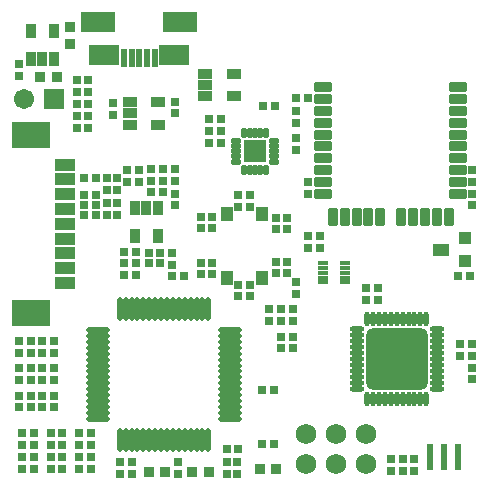
<source format=gts>
%FSAX43Y43*%
%MOMM*%
G71*
G01*
G75*
G04 Layer_Color=8388736*
%ADD10C,0.203*%
%ADD11R,0.600X0.500*%
%ADD12R,1.270X0.914*%
%ADD13R,0.914X0.914*%
%ADD14R,0.650X1.100*%
%ADD15R,1.100X0.650*%
%ADD16R,0.500X0.600*%
%ADD17R,0.762X0.762*%
%ADD18R,0.762X0.762*%
%ADD19R,0.450X0.450*%
G04:AMPARAMS|DCode=20|XSize=5mm|YSize=5mm|CornerRadius=0.5mm|HoleSize=0mm|Usage=FLASHONLY|Rotation=90.000|XOffset=0mm|YOffset=0mm|HoleType=Round|Shape=RoundedRectangle|*
%AMROUNDEDRECTD20*
21,1,5.000,4.000,0,0,90.0*
21,1,4.000,5.000,0,0,90.0*
1,1,1.000,2.000,2.000*
1,1,1.000,2.000,-2.000*
1,1,1.000,-2.000,-2.000*
1,1,1.000,-2.000,2.000*
%
%ADD20ROUNDEDRECTD20*%
%ADD21O,1.050X0.250*%
%ADD22O,0.250X1.050*%
G04:AMPARAMS|DCode=23|XSize=0.25mm|YSize=0.7mm|CornerRadius=0.063mm|HoleSize=0mm|Usage=FLASHONLY|Rotation=90.000|XOffset=0mm|YOffset=0mm|HoleType=Round|Shape=RoundedRectangle|*
%AMROUNDEDRECTD23*
21,1,0.250,0.575,0,0,90.0*
21,1,0.125,0.700,0,0,90.0*
1,1,0.125,0.287,0.063*
1,1,0.125,0.287,-0.063*
1,1,0.125,-0.287,-0.063*
1,1,0.125,-0.287,0.063*
%
%ADD23ROUNDEDRECTD23*%
G04:AMPARAMS|DCode=24|XSize=0.25mm|YSize=0.7mm|CornerRadius=0.063mm|HoleSize=0mm|Usage=FLASHONLY|Rotation=0.000|XOffset=0mm|YOffset=0mm|HoleType=Round|Shape=RoundedRectangle|*
%AMROUNDEDRECTD24*
21,1,0.250,0.575,0,0,0.0*
21,1,0.125,0.700,0,0,0.0*
1,1,0.125,0.063,-0.287*
1,1,0.125,-0.063,-0.287*
1,1,0.125,-0.063,0.287*
1,1,0.125,0.063,0.287*
%
%ADD24ROUNDEDRECTD24*%
%ADD25R,1.700X1.700*%
%ADD26R,3.000X2.100*%
%ADD27R,1.600X0.800*%
G04:AMPARAMS|DCode=28|XSize=0.6mm|YSize=1.4mm|CornerRadius=0.15mm|HoleSize=0mm|Usage=FLASHONLY|Rotation=270.000|XOffset=0mm|YOffset=0mm|HoleType=Round|Shape=RoundedRectangle|*
%AMROUNDEDRECTD28*
21,1,0.600,1.100,0,0,270.0*
21,1,0.300,1.400,0,0,270.0*
1,1,0.300,-0.550,-0.150*
1,1,0.300,-0.550,0.150*
1,1,0.300,0.550,0.150*
1,1,0.300,0.550,-0.150*
%
%ADD28ROUNDEDRECTD28*%
G04:AMPARAMS|DCode=29|XSize=0.6mm|YSize=1.4mm|CornerRadius=0.15mm|HoleSize=0mm|Usage=FLASHONLY|Rotation=0.000|XOffset=0mm|YOffset=0mm|HoleType=Round|Shape=RoundedRectangle|*
%AMROUNDEDRECTD29*
21,1,0.600,1.100,0,0,0.0*
21,1,0.300,1.400,0,0,0.0*
1,1,0.300,0.150,-0.550*
1,1,0.300,-0.150,-0.550*
1,1,0.300,-0.150,0.550*
1,1,0.300,0.150,0.550*
%
%ADD29ROUNDEDRECTD29*%
%ADD30R,2.700X1.600*%
%ADD31R,2.400X1.600*%
%ADD32R,0.400X1.350*%
%ADD33R,0.800X1.000*%
%ADD34O,0.300X1.800*%
%ADD35O,1.800X0.300*%
%ADD36R,0.700X0.225*%
%ADD37R,0.400X2.000*%
%ADD38C,0.250*%
%ADD39C,0.225*%
%ADD40C,0.400*%
%ADD41C,0.254*%
%ADD42C,0.500*%
%ADD43C,1.524*%
%ADD44R,1.500X1.500*%
%ADD45C,1.500*%
%ADD46C,0.500*%
%ADD47C,0.600*%
%ADD48C,0.305*%
%ADD49C,0.200*%
%ADD50C,0.150*%
%ADD51C,0.070*%
%ADD52R,0.803X0.703*%
%ADD53R,1.473X1.118*%
%ADD54R,1.118X1.118*%
%ADD55R,0.853X1.303*%
%ADD56R,1.303X0.853*%
%ADD57R,0.703X0.803*%
%ADD58R,0.965X0.965*%
%ADD59R,0.965X0.965*%
%ADD60R,0.653X0.653*%
G04:AMPARAMS|DCode=61|XSize=5.203mm|YSize=5.203mm|CornerRadius=0.52mm|HoleSize=0mm|Usage=FLASHONLY|Rotation=90.000|XOffset=0mm|YOffset=0mm|HoleType=Round|Shape=RoundedRectangle|*
%AMROUNDEDRECTD61*
21,1,5.203,4.163,0,0,90.0*
21,1,4.163,5.203,0,0,90.0*
1,1,1.041,2.081,2.081*
1,1,1.041,2.081,-2.081*
1,1,1.041,-2.081,-2.081*
1,1,1.041,-2.081,2.081*
%
%ADD61ROUNDEDRECTD61*%
%ADD62O,1.253X0.453*%
%ADD63O,0.453X1.253*%
G04:AMPARAMS|DCode=64|XSize=0.453mm|YSize=0.903mm|CornerRadius=0.113mm|HoleSize=0mm|Usage=FLASHONLY|Rotation=90.000|XOffset=0mm|YOffset=0mm|HoleType=Round|Shape=RoundedRectangle|*
%AMROUNDEDRECTD64*
21,1,0.453,0.677,0,0,90.0*
21,1,0.227,0.903,0,0,90.0*
1,1,0.227,0.338,0.113*
1,1,0.227,0.338,-0.113*
1,1,0.227,-0.338,-0.113*
1,1,0.227,-0.338,0.113*
%
%ADD64ROUNDEDRECTD64*%
G04:AMPARAMS|DCode=65|XSize=0.453mm|YSize=0.903mm|CornerRadius=0.113mm|HoleSize=0mm|Usage=FLASHONLY|Rotation=0.000|XOffset=0mm|YOffset=0mm|HoleType=Round|Shape=RoundedRectangle|*
%AMROUNDEDRECTD65*
21,1,0.453,0.677,0,0,0.0*
21,1,0.227,0.903,0,0,0.0*
1,1,0.227,0.113,-0.338*
1,1,0.227,-0.113,-0.338*
1,1,0.227,-0.113,0.338*
1,1,0.227,0.113,0.338*
%
%ADD65ROUNDEDRECTD65*%
%ADD66R,1.903X1.903*%
%ADD67R,3.203X2.303*%
%ADD68R,1.803X1.003*%
G04:AMPARAMS|DCode=69|XSize=0.803mm|YSize=1.603mm|CornerRadius=0.201mm|HoleSize=0mm|Usage=FLASHONLY|Rotation=270.000|XOffset=0mm|YOffset=0mm|HoleType=Round|Shape=RoundedRectangle|*
%AMROUNDEDRECTD69*
21,1,0.803,1.202,0,0,270.0*
21,1,0.402,1.603,0,0,270.0*
1,1,0.402,-0.601,-0.201*
1,1,0.402,-0.601,0.201*
1,1,0.402,0.601,0.201*
1,1,0.402,0.601,-0.201*
%
%ADD69ROUNDEDRECTD69*%
G04:AMPARAMS|DCode=70|XSize=0.803mm|YSize=1.603mm|CornerRadius=0.201mm|HoleSize=0mm|Usage=FLASHONLY|Rotation=0.000|XOffset=0mm|YOffset=0mm|HoleType=Round|Shape=RoundedRectangle|*
%AMROUNDEDRECTD70*
21,1,0.803,1.202,0,0,0.0*
21,1,0.402,1.603,0,0,0.0*
1,1,0.402,0.201,-0.601*
1,1,0.402,-0.201,-0.601*
1,1,0.402,-0.201,0.601*
1,1,0.402,0.201,0.601*
%
%ADD70ROUNDEDRECTD70*%
%ADD71R,2.903X1.803*%
%ADD72R,2.603X1.803*%
%ADD73R,0.603X1.553*%
%ADD74R,1.003X1.203*%
%ADD75O,0.503X2.003*%
%ADD76O,2.003X0.503*%
%ADD77R,0.903X0.428*%
%ADD78R,0.603X2.203*%
%ADD79C,1.727*%
%ADD80R,1.703X1.703*%
%ADD81C,1.703*%
D52*
X0039125Y0017425D02*
D03*
X0038125D02*
D03*
X0031300Y0015400D02*
D03*
X0030300D02*
D03*
X0006000Y0004100D02*
D03*
X0007000D02*
D03*
X0003600Y0004100D02*
D03*
X0004600D02*
D03*
X0001200D02*
D03*
X0002200D02*
D03*
X0001900Y0007300D02*
D03*
X0002900D02*
D03*
X0010800Y0017500D02*
D03*
X0009800D02*
D03*
X0001900Y0009600D02*
D03*
X0002900D02*
D03*
X0001900Y0011900D02*
D03*
X0002900D02*
D03*
X0018500Y0002800D02*
D03*
X0019500D02*
D03*
X0013900Y0017400D02*
D03*
X0014900D02*
D03*
X0007400Y0022600D02*
D03*
X0006400D02*
D03*
X0007400Y0023400D02*
D03*
X0006400D02*
D03*
X0012900Y0019400D02*
D03*
X0011900D02*
D03*
X0012900Y0018500D02*
D03*
X0011900D02*
D03*
X0031300Y0016400D02*
D03*
X0030300D02*
D03*
X0033400Y0000900D02*
D03*
X0034400D02*
D03*
X0033400Y0001900D02*
D03*
X0034400D02*
D03*
X0018000Y0030700D02*
D03*
X0017000D02*
D03*
X0018000Y0029700D02*
D03*
X0017000D02*
D03*
X0018000Y0028700D02*
D03*
X0017000D02*
D03*
X0012100Y0025500D02*
D03*
X0013100D02*
D03*
X0021500Y0007800D02*
D03*
X0022500D02*
D03*
X0006000Y0001100D02*
D03*
X0007000D02*
D03*
X0004600D02*
D03*
X0003600D02*
D03*
X0002200D02*
D03*
X0001200D02*
D03*
X0001900Y0006300D02*
D03*
X0002900D02*
D03*
X0010800Y0018500D02*
D03*
X0009800D02*
D03*
X0002900Y0008600D02*
D03*
X0001900D02*
D03*
X0002900Y0010900D02*
D03*
X0001900D02*
D03*
X0006400Y0024300D02*
D03*
X0007400D02*
D03*
X0006400Y0025700D02*
D03*
X0007400D02*
D03*
X0021500Y0003200D02*
D03*
X0022500D02*
D03*
X0006800Y0031000D02*
D03*
X0005800D02*
D03*
Y0032000D02*
D03*
X0006800D02*
D03*
X0039300Y0011675D02*
D03*
X0038300D02*
D03*
Y0010675D02*
D03*
X0039300D02*
D03*
X0025400Y0032500D02*
D03*
X0024400D02*
D03*
X0021600Y0031800D02*
D03*
X0022600D02*
D03*
X0005800Y0030000D02*
D03*
X0006800D02*
D03*
X0005800Y0034000D02*
D03*
X0006800D02*
D03*
X0005800Y0033000D02*
D03*
X0006800D02*
D03*
X0010800Y0019500D02*
D03*
X0009800D02*
D03*
X0012100Y0024500D02*
D03*
X0013100D02*
D03*
Y0026500D02*
D03*
X0012100D02*
D03*
D53*
X0036668Y0019665D02*
D03*
D54*
X0038700Y0020605D02*
D03*
Y0018700D02*
D03*
D55*
X0012650Y0023200D02*
D03*
X0011700D02*
D03*
X0010750D02*
D03*
Y0020800D02*
D03*
X0012650D02*
D03*
X0001950Y0035800D02*
D03*
X0002900D02*
D03*
X0003850D02*
D03*
Y0038200D02*
D03*
X0001950D02*
D03*
D56*
X0016700Y0034550D02*
D03*
Y0033600D02*
D03*
Y0032650D02*
D03*
X0019100D02*
D03*
Y0034550D02*
D03*
X0010300Y0032150D02*
D03*
Y0031200D02*
D03*
Y0030250D02*
D03*
X0012700D02*
D03*
Y0032150D02*
D03*
D57*
X0007000Y0002100D02*
D03*
Y0003100D02*
D03*
X0004600Y0002100D02*
D03*
Y0003100D02*
D03*
X0023100Y0011300D02*
D03*
Y0012300D02*
D03*
X0024100Y0011300D02*
D03*
Y0012300D02*
D03*
X0002200Y0002100D02*
D03*
Y0003100D02*
D03*
X0003900Y0006300D02*
D03*
Y0007300D02*
D03*
X0019400Y0000700D02*
D03*
Y0001700D02*
D03*
X0018500Y0000700D02*
D03*
Y0001700D02*
D03*
X0003900Y0008600D02*
D03*
Y0009600D02*
D03*
Y0010900D02*
D03*
Y0011900D02*
D03*
X0009500Y0001700D02*
D03*
Y0000700D02*
D03*
X0010500Y0001700D02*
D03*
Y0000700D02*
D03*
X0013900Y0018400D02*
D03*
Y0019400D02*
D03*
X0014400Y0001700D02*
D03*
Y0000700D02*
D03*
X0009200Y0023600D02*
D03*
Y0022600D02*
D03*
X0008400Y0025700D02*
D03*
Y0024700D02*
D03*
X0023100Y0014600D02*
D03*
Y0013600D02*
D03*
X0026400Y0019800D02*
D03*
Y0020800D02*
D03*
X0025400Y0019800D02*
D03*
Y0020800D02*
D03*
X0024400Y0016900D02*
D03*
Y0015900D02*
D03*
X0039300Y0009675D02*
D03*
Y0008675D02*
D03*
X0008900Y0032100D02*
D03*
Y0031100D02*
D03*
X0014100Y0032200D02*
D03*
Y0031200D02*
D03*
X0006000Y0002100D02*
D03*
Y0003100D02*
D03*
X0003600Y0002100D02*
D03*
Y0003100D02*
D03*
X0001200Y0002100D02*
D03*
Y0003100D02*
D03*
X0000900Y0007300D02*
D03*
Y0006300D02*
D03*
Y0008600D02*
D03*
Y0009600D02*
D03*
Y0011900D02*
D03*
Y0010900D02*
D03*
X0008400Y0022600D02*
D03*
Y0023600D02*
D03*
X0009200Y0024700D02*
D03*
Y0025700D02*
D03*
X0011100Y0025400D02*
D03*
Y0026400D02*
D03*
X0010100Y0025400D02*
D03*
Y0026400D02*
D03*
X0022100Y0013600D02*
D03*
Y0014600D02*
D03*
X0024100D02*
D03*
Y0013600D02*
D03*
X0032400Y0000900D02*
D03*
Y0001900D02*
D03*
X0039300Y0023400D02*
D03*
Y0024400D02*
D03*
X0024400Y0028100D02*
D03*
Y0029100D02*
D03*
Y0031400D02*
D03*
Y0030400D02*
D03*
X0000900Y0035400D02*
D03*
Y0034400D02*
D03*
X0014100Y0026500D02*
D03*
Y0025500D02*
D03*
Y0023400D02*
D03*
Y0024400D02*
D03*
X0025400Y0024400D02*
D03*
Y0025400D02*
D03*
X0039300Y0026400D02*
D03*
Y0025400D02*
D03*
D58*
X0017000Y0000800D02*
D03*
X0015603D02*
D03*
X0013297D02*
D03*
X0011900D02*
D03*
X0002700Y0034300D02*
D03*
X0004097D02*
D03*
X0022700Y0001100D02*
D03*
X0021303D02*
D03*
D59*
X0005200Y0038497D02*
D03*
Y0037100D02*
D03*
D60*
X0023650Y0018650D02*
D03*
Y0017700D02*
D03*
X0022700Y0018650D02*
D03*
Y0017700D02*
D03*
X0023650Y0022350D02*
D03*
Y0021400D02*
D03*
X0022700Y0022350D02*
D03*
Y0021400D02*
D03*
X0020450Y0024250D02*
D03*
Y0023300D02*
D03*
X0019500Y0024250D02*
D03*
Y0023300D02*
D03*
X0017250Y0022450D02*
D03*
Y0021500D02*
D03*
X0016300Y0022450D02*
D03*
Y0021500D02*
D03*
X0017250Y0018550D02*
D03*
Y0017600D02*
D03*
X0016300Y0018550D02*
D03*
Y0017600D02*
D03*
X0019500Y0015700D02*
D03*
Y0016650D02*
D03*
X0020450Y0015700D02*
D03*
Y0016650D02*
D03*
D61*
X0032900Y0010400D02*
D03*
D62*
X0029525Y0007900D02*
D03*
Y0008400D02*
D03*
Y0008900D02*
D03*
Y0009400D02*
D03*
Y0009900D02*
D03*
Y0010400D02*
D03*
Y0010900D02*
D03*
Y0011400D02*
D03*
Y0011900D02*
D03*
Y0012400D02*
D03*
Y0012900D02*
D03*
X0036275D02*
D03*
Y0012400D02*
D03*
Y0011900D02*
D03*
Y0011400D02*
D03*
Y0010900D02*
D03*
Y0010400D02*
D03*
Y0009900D02*
D03*
Y0009400D02*
D03*
Y0008900D02*
D03*
Y0008400D02*
D03*
Y0007900D02*
D03*
D63*
X0030400Y0013775D02*
D03*
X0030900D02*
D03*
X0031400D02*
D03*
X0031900D02*
D03*
X0032400D02*
D03*
X0032900D02*
D03*
X0033400D02*
D03*
X0033900D02*
D03*
X0034400D02*
D03*
X0034900D02*
D03*
X0035400D02*
D03*
Y0007025D02*
D03*
X0034900D02*
D03*
X0034400D02*
D03*
X0033900D02*
D03*
X0033400D02*
D03*
X0032900D02*
D03*
X0032400D02*
D03*
X0031900D02*
D03*
X0031400D02*
D03*
X0030900D02*
D03*
X0030400D02*
D03*
D64*
X0019325Y0028900D02*
D03*
Y0028450D02*
D03*
Y0028000D02*
D03*
Y0027550D02*
D03*
Y0027100D02*
D03*
X0022475Y0027100D02*
D03*
Y0027550D02*
D03*
Y0028000D02*
D03*
Y0028450D02*
D03*
Y0028900D02*
D03*
D65*
X0020000Y0026425D02*
D03*
X0020450D02*
D03*
X0020900D02*
D03*
X0021350D02*
D03*
X0021800D02*
D03*
X0021800Y0029575D02*
D03*
X0021350D02*
D03*
X0020900D02*
D03*
X0020450D02*
D03*
X0020000D02*
D03*
D66*
X0020900Y0028000D02*
D03*
D67*
X0001900Y0029400D02*
D03*
Y0014300D02*
D03*
D68*
X0004800Y0026850D02*
D03*
Y0025600D02*
D03*
Y0024350D02*
D03*
Y0023100D02*
D03*
Y0021850D02*
D03*
Y0020600D02*
D03*
Y0019350D02*
D03*
Y0018100D02*
D03*
Y0016850D02*
D03*
D69*
X0026700Y0031400D02*
D03*
Y0032400D02*
D03*
Y0033400D02*
D03*
X0038100Y0031400D02*
D03*
Y0032400D02*
D03*
Y0033400D02*
D03*
X0026700Y0029400D02*
D03*
Y0028400D02*
D03*
Y0027400D02*
D03*
Y0026400D02*
D03*
Y0025400D02*
D03*
Y0024400D02*
D03*
X0038100D02*
D03*
Y0025400D02*
D03*
Y0026400D02*
D03*
Y0027400D02*
D03*
Y0028400D02*
D03*
Y0029400D02*
D03*
X0026700Y0030400D02*
D03*
X0038100D02*
D03*
D70*
X0028500Y0022400D02*
D03*
X0029500D02*
D03*
X0030500D02*
D03*
X0027500D02*
D03*
X0034300D02*
D03*
X0035300D02*
D03*
X0036300D02*
D03*
X0037300D02*
D03*
X0033300D02*
D03*
X0031500D02*
D03*
D71*
X0007625Y0038900D02*
D03*
X0014575D02*
D03*
D72*
X0008150Y0036150D02*
D03*
X0014050D02*
D03*
D73*
X0011750Y0035875D02*
D03*
X0011100D02*
D03*
X0010450D02*
D03*
X0009800D02*
D03*
X0012400D02*
D03*
D74*
X0021500Y0017300D02*
D03*
X0018500Y0022700D02*
D03*
Y0017300D02*
D03*
X0021500Y0022700D02*
D03*
D75*
X0009450Y0014650D02*
D03*
X0009950D02*
D03*
X0010450D02*
D03*
X0010950D02*
D03*
X0011450D02*
D03*
X0011950D02*
D03*
X0012450D02*
D03*
X0012950D02*
D03*
X0013450D02*
D03*
X0013950D02*
D03*
X0014450D02*
D03*
X0014950D02*
D03*
X0015450D02*
D03*
X0015950D02*
D03*
X0016450D02*
D03*
X0016950D02*
D03*
Y0003550D02*
D03*
X0016450D02*
D03*
X0015950D02*
D03*
X0015450D02*
D03*
X0014950D02*
D03*
X0014450D02*
D03*
X0013950D02*
D03*
X0013450D02*
D03*
X0012950D02*
D03*
X0012450D02*
D03*
X0011950D02*
D03*
X0011450D02*
D03*
X0010950D02*
D03*
X0010450D02*
D03*
X0009950D02*
D03*
X0009450D02*
D03*
D76*
X0018750Y0012850D02*
D03*
Y0012350D02*
D03*
Y0011850D02*
D03*
Y0011350D02*
D03*
Y0010850D02*
D03*
Y0010350D02*
D03*
Y0009850D02*
D03*
Y0009350D02*
D03*
Y0008850D02*
D03*
Y0008350D02*
D03*
Y0007850D02*
D03*
Y0007350D02*
D03*
Y0006850D02*
D03*
Y0006350D02*
D03*
Y0005850D02*
D03*
Y0005350D02*
D03*
X0007650D02*
D03*
Y0005850D02*
D03*
Y0006350D02*
D03*
Y0006850D02*
D03*
Y0007350D02*
D03*
Y0007850D02*
D03*
Y0008350D02*
D03*
Y0008850D02*
D03*
Y0009350D02*
D03*
Y0009850D02*
D03*
Y0010350D02*
D03*
Y0010850D02*
D03*
Y0011350D02*
D03*
Y0011850D02*
D03*
Y0012350D02*
D03*
Y0012850D02*
D03*
D77*
X0028550Y0018100D02*
D03*
Y0018500D02*
D03*
X0026650D02*
D03*
Y0018100D02*
D03*
Y0017700D02*
D03*
Y0017300D02*
D03*
Y0016900D02*
D03*
X0028550D02*
D03*
Y0017300D02*
D03*
Y0017700D02*
D03*
D78*
X0036900Y0002100D02*
D03*
X0038100D02*
D03*
X0035700D02*
D03*
D79*
X0025260Y0004070D02*
D03*
X0030340D02*
D03*
X0025260Y0001530D02*
D03*
X0027800D02*
D03*
X0030340D02*
D03*
X0027800Y0004070D02*
D03*
D80*
X0003900Y0032400D02*
D03*
D81*
X0001360D02*
D03*
M02*

</source>
